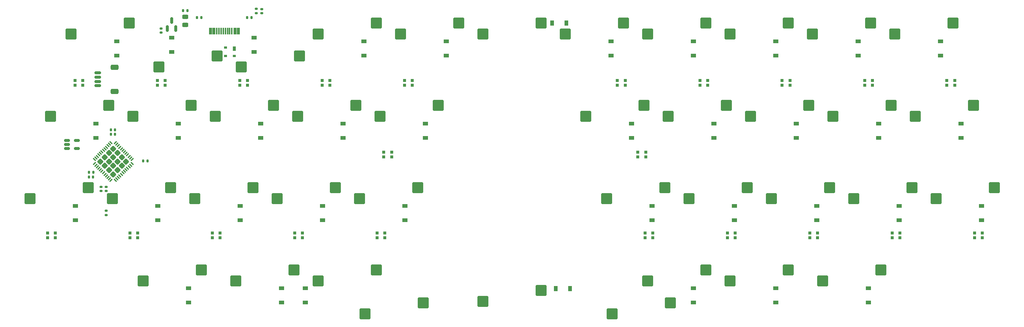
<source format=gbr>
%TF.GenerationSoftware,KiCad,Pcbnew,(7.0.0)*%
%TF.CreationDate,2023-12-26T14:00:35+01:00*%
%TF.ProjectId,Infernum HS,496e6665-726e-4756-9d20-48532e6b6963,rev?*%
%TF.SameCoordinates,Original*%
%TF.FileFunction,Paste,Bot*%
%TF.FilePolarity,Positive*%
%FSLAX46Y46*%
G04 Gerber Fmt 4.6, Leading zero omitted, Abs format (unit mm)*
G04 Created by KiCad (PCBNEW (7.0.0)) date 2023-12-26 14:00:35*
%MOMM*%
%LPD*%
G01*
G04 APERTURE LIST*
G04 Aperture macros list*
%AMRoundRect*
0 Rectangle with rounded corners*
0 $1 Rounding radius*
0 $2 $3 $4 $5 $6 $7 $8 $9 X,Y pos of 4 corners*
0 Add a 4 corners polygon primitive as box body*
4,1,4,$2,$3,$4,$5,$6,$7,$8,$9,$2,$3,0*
0 Add four circle primitives for the rounded corners*
1,1,$1+$1,$2,$3*
1,1,$1+$1,$4,$5*
1,1,$1+$1,$6,$7*
1,1,$1+$1,$8,$9*
0 Add four rect primitives between the rounded corners*
20,1,$1+$1,$2,$3,$4,$5,0*
20,1,$1+$1,$4,$5,$6,$7,0*
20,1,$1+$1,$6,$7,$8,$9,0*
20,1,$1+$1,$8,$9,$2,$3,0*%
G04 Aperture macros list end*
%ADD10RoundRect,0.250000X1.025000X1.000000X-1.025000X1.000000X-1.025000X-1.000000X1.025000X-1.000000X0*%
%ADD11RoundRect,0.140000X-0.140000X-0.170000X0.140000X-0.170000X0.140000X0.170000X-0.140000X0.170000X0*%
%ADD12R,1.200000X0.900000*%
%ADD13RoundRect,0.250000X-1.025000X-1.000000X1.025000X-1.000000X1.025000X1.000000X-1.025000X1.000000X0*%
%ADD14RoundRect,0.105000X0.245000X0.245000X-0.245000X0.245000X-0.245000X-0.245000X0.245000X-0.245000X0*%
%ADD15RoundRect,0.105000X-0.245000X-0.245000X0.245000X-0.245000X0.245000X0.245000X-0.245000X0.245000X0*%
%ADD16RoundRect,0.150000X-0.625000X0.150000X-0.625000X-0.150000X0.625000X-0.150000X0.625000X0.150000X0*%
%ADD17RoundRect,0.250000X-0.650000X0.350000X-0.650000X-0.350000X0.650000X-0.350000X0.650000X0.350000X0*%
%ADD18RoundRect,0.135000X-0.185000X0.135000X-0.185000X-0.135000X0.185000X-0.135000X0.185000X0.135000X0*%
%ADD19RoundRect,0.135000X-0.135000X-0.185000X0.135000X-0.185000X0.135000X0.185000X-0.135000X0.185000X0*%
%ADD20R,0.900000X1.200000*%
%ADD21RoundRect,0.140000X0.140000X0.170000X-0.140000X0.170000X-0.140000X-0.170000X0.140000X-0.170000X0*%
%ADD22RoundRect,0.140000X-0.170000X0.140000X-0.170000X-0.140000X0.170000X-0.140000X0.170000X0.140000X0*%
%ADD23RoundRect,0.140000X0.170000X-0.140000X0.170000X0.140000X-0.170000X0.140000X-0.170000X-0.140000X0*%
%ADD24RoundRect,0.250000X0.000000X-0.445477X0.445477X0.000000X0.000000X0.445477X-0.445477X0.000000X0*%
%ADD25RoundRect,0.062500X-0.220971X-0.309359X0.309359X0.220971X0.220971X0.309359X-0.309359X-0.220971X0*%
%ADD26RoundRect,0.062500X0.220971X-0.309359X0.309359X-0.220971X-0.220971X0.309359X-0.309359X0.220971X0*%
%ADD27RoundRect,0.050000X-0.300000X-0.725000X0.300000X-0.725000X0.300000X0.725000X-0.300000X0.725000X0*%
%ADD28RoundRect,0.050000X-0.150000X-0.725000X0.150000X-0.725000X0.150000X0.725000X-0.150000X0.725000X0*%
%ADD29RoundRect,0.150000X0.150000X-0.587500X0.150000X0.587500X-0.150000X0.587500X-0.150000X-0.587500X0*%
%ADD30R,0.700000X1.000000*%
%ADD31R,0.700000X0.600000*%
%ADD32RoundRect,0.150000X-0.512500X-0.150000X0.512500X-0.150000X0.512500X0.150000X-0.512500X0.150000X0*%
%ADD33RoundRect,0.243750X0.456250X-0.243750X0.456250X0.243750X-0.456250X0.243750X-0.456250X-0.243750X0*%
%ADD34RoundRect,0.135000X0.135000X0.185000X-0.135000X0.185000X-0.135000X-0.185000X0.135000X-0.185000X0*%
G04 APERTURE END LIST*
D10*
%TO.C,MX31*%
X255371250Y-127635000D03*
X268821250Y-125095000D03*
%TD*%
%TO.C,MX7*%
X169646250Y-89535000D03*
X183096250Y-86995000D03*
%TD*%
D11*
%TO.C,C20*%
X72048049Y-118885145D03*
X73008049Y-118885145D03*
%TD*%
D12*
%TO.C,D30*%
X246856249Y-132618749D03*
X246856249Y-129318749D03*
%TD*%
D13*
%TO.C,MX61*%
X193891250Y-151765000D03*
X180441250Y-154305000D03*
%TD*%
D14*
%TO.C,D51*%
X58065000Y-100256250D03*
X58065000Y-101356250D03*
X56235000Y-101356250D03*
X56235000Y-100256250D03*
%TD*%
D15*
%TO.C,D53*%
X87985000Y-136694000D03*
X87985000Y-135594000D03*
X89815000Y-135594000D03*
X89815000Y-136694000D03*
%TD*%
%TO.C,D58*%
X107035000Y-136694000D03*
X107035000Y-135594000D03*
X108865000Y-135594000D03*
X108865000Y-136694000D03*
%TD*%
D16*
%TO.C,J2*%
X61500000Y-98512500D03*
X61500000Y-99512500D03*
X61500000Y-100512500D03*
X61500000Y-101512500D03*
D17*
X65375000Y-97212500D03*
X65375000Y-102812500D03*
%TD*%
D15*
%TO.C,D59*%
X207111000Y-136694000D03*
X207111000Y-135594000D03*
X208941000Y-135594000D03*
X208941000Y-136694000D03*
%TD*%
D10*
%TO.C,MX22*%
X45821250Y-127635000D03*
X59271250Y-125095000D03*
%TD*%
D12*
%TO.C,D9*%
X218281249Y-94518749D03*
X218281249Y-91218749D03*
%TD*%
D10*
%TO.C,MX11*%
X245846250Y-89535000D03*
X259296250Y-86995000D03*
%TD*%
D18*
%TO.C,R_Shield1*%
X98145600Y-83716400D03*
X98145600Y-84736400D03*
%TD*%
D19*
%TO.C,R_USB2*%
X96043750Y-85725000D03*
X97063750Y-85725000D03*
%TD*%
D13*
%TO.C,MX3*%
X108166250Y-94615000D03*
X94716250Y-97155000D03*
%TD*%
D10*
%TO.C,MX13*%
X69633750Y-108585000D03*
X83083750Y-106045000D03*
%TD*%
D12*
%TO.C,D10*%
X237331249Y-94518749D03*
X237331249Y-91218749D03*
%TD*%
%TO.C,D24*%
X94456249Y-132618749D03*
X94456249Y-129318749D03*
%TD*%
D10*
%TO.C,MX23*%
X64871250Y-127635000D03*
X78321250Y-125095000D03*
%TD*%
%TO.C,MX20*%
X231558750Y-108585000D03*
X245008750Y-106045000D03*
%TD*%
D14*
%TO.C,D41*%
X183477500Y-100256250D03*
X183477500Y-101356250D03*
X181647500Y-101356250D03*
X181647500Y-100256250D03*
%TD*%
%TO.C,D56*%
X240691000Y-100288000D03*
X240691000Y-101388000D03*
X238861000Y-101388000D03*
X238861000Y-100288000D03*
%TD*%
D12*
%TO.C,D2*%
X78581249Y-90424999D03*
X78581249Y-93724999D03*
%TD*%
%TO.C,D22*%
X56356249Y-132618749D03*
X56356249Y-129318749D03*
%TD*%
D10*
%TO.C,MX12*%
X50583750Y-108585000D03*
X64033750Y-106045000D03*
%TD*%
%TO.C,MX9*%
X207746250Y-89535000D03*
X221196250Y-86995000D03*
%TD*%
D12*
%TO.C,D11*%
X256381249Y-94518749D03*
X256381249Y-91218749D03*
%TD*%
D14*
%TO.C,D39*%
X96165000Y-100288000D03*
X96165000Y-101388000D03*
X94335000Y-101388000D03*
X94335000Y-100288000D03*
%TD*%
D13*
%TO.C,MX2*%
X89116250Y-94615000D03*
X75666250Y-97155000D03*
%TD*%
D15*
%TO.C,D52*%
X49885000Y-136694000D03*
X49885000Y-135594000D03*
X51715000Y-135594000D03*
X51715000Y-136694000D03*
%TD*%
D18*
%TO.C,R6*%
X63500000Y-130458750D03*
X63500000Y-131478750D03*
%TD*%
D10*
%TO.C,MX4*%
X112496250Y-89535000D03*
X125946250Y-86995000D03*
%TD*%
D14*
%TO.C,D40*%
X134265000Y-100256250D03*
X134265000Y-101356250D03*
X132435000Y-101356250D03*
X132435000Y-100256250D03*
%TD*%
D20*
%TO.C,D35*%
X170718749Y-148431249D03*
X167418749Y-148431249D03*
%TD*%
D10*
%TO.C,MX29*%
X217271250Y-127635000D03*
X230721250Y-125095000D03*
%TD*%
D12*
%TO.C,D3*%
X97631249Y-90424999D03*
X97631249Y-93724999D03*
%TD*%
D15*
%TO.C,D48*%
X188061000Y-136694000D03*
X188061000Y-135594000D03*
X189891000Y-135594000D03*
X189891000Y-136694000D03*
%TD*%
D21*
%TO.C,C19*%
X65524483Y-112761361D03*
X64564483Y-112761361D03*
%TD*%
D10*
%TO.C,MX8*%
X188696250Y-89535000D03*
X202146250Y-86995000D03*
%TD*%
D21*
%TO.C,C22*%
X60441423Y-122606178D03*
X59481423Y-122606178D03*
%TD*%
D13*
%TO.C,MX59*%
X136741250Y-151765000D03*
X123291250Y-154305000D03*
%TD*%
D11*
%TO.C,C_LDO1*%
X81276250Y-84137500D03*
X82236250Y-84137500D03*
%TD*%
D10*
%TO.C,MX57*%
X72015000Y-146685000D03*
X85465000Y-144145000D03*
%TD*%
D12*
%TO.C,D5*%
X142081249Y-94518749D03*
X142081249Y-91218749D03*
%TD*%
D10*
%TO.C,MX24*%
X83921250Y-127635000D03*
X97371250Y-125095000D03*
%TD*%
D21*
%TO.C,C17*%
X60458031Y-121561582D03*
X59498031Y-121561582D03*
%TD*%
D22*
%TO.C,C18*%
X62302550Y-124926552D03*
X62302550Y-125886552D03*
%TD*%
D10*
%TO.C,MX28*%
X198221250Y-127635000D03*
X211671250Y-125095000D03*
%TD*%
%TO.C,MX5*%
X131546250Y-89535000D03*
X144996250Y-86995000D03*
%TD*%
D14*
%TO.C,D47*%
X77115000Y-100288000D03*
X77115000Y-101388000D03*
X75285000Y-101388000D03*
X75285000Y-100288000D03*
%TD*%
D15*
%TO.C,D44*%
X264261000Y-136694000D03*
X264261000Y-135594000D03*
X266091000Y-135594000D03*
X266091000Y-136694000D03*
%TD*%
D14*
%TO.C,D42*%
X221577500Y-100256250D03*
X221577500Y-101356250D03*
X219747500Y-101356250D03*
X219747500Y-100256250D03*
%TD*%
D15*
%TO.C,D60*%
X245211000Y-136694000D03*
X245211000Y-135594000D03*
X247041000Y-135594000D03*
X247041000Y-136694000D03*
%TD*%
D23*
%TO.C,C_Shield1*%
X99466400Y-84706400D03*
X99466400Y-83746400D03*
%TD*%
D12*
%TO.C,D26*%
X132556249Y-132618749D03*
X132556249Y-129318749D03*
%TD*%
D10*
%TO.C,MX25*%
X102971250Y-127635000D03*
X116421250Y-125095000D03*
%TD*%
%TO.C,MX21*%
X250608750Y-108585000D03*
X264058750Y-106045000D03*
%TD*%
D24*
%TO.C,U1*%
X62117652Y-119062500D03*
X63107601Y-120052449D03*
X64097551Y-121042399D03*
X65087500Y-122032348D03*
X63107601Y-118072551D03*
X64097551Y-119062500D03*
X65087500Y-120052449D03*
X66077449Y-121042399D03*
X64097551Y-117082601D03*
X65087500Y-118072551D03*
X66077449Y-119062500D03*
X67067399Y-120052449D03*
X65087500Y-116092652D03*
X66077449Y-117082601D03*
X67067399Y-118072551D03*
X68057348Y-119062500D03*
D25*
X64601364Y-123437723D03*
X64247811Y-123084170D03*
X63894257Y-122730616D03*
X63540704Y-122377063D03*
X63187151Y-122023510D03*
X62833597Y-121669956D03*
X62480044Y-121316403D03*
X62126490Y-120962849D03*
X61772937Y-120609296D03*
X61419384Y-120255743D03*
X61065830Y-119902189D03*
X60712277Y-119548636D03*
D26*
X60712277Y-118576364D03*
X61065830Y-118222811D03*
X61419384Y-117869257D03*
X61772937Y-117515704D03*
X62126490Y-117162151D03*
X62480044Y-116808597D03*
X62833597Y-116455044D03*
X63187151Y-116101490D03*
X63540704Y-115747937D03*
X63894257Y-115394384D03*
X64247811Y-115040830D03*
X64601364Y-114687277D03*
D25*
X65573636Y-114687277D03*
X65927189Y-115040830D03*
X66280743Y-115394384D03*
X66634296Y-115747937D03*
X66987849Y-116101490D03*
X67341403Y-116455044D03*
X67694956Y-116808597D03*
X68048510Y-117162151D03*
X68402063Y-117515704D03*
X68755616Y-117869257D03*
X69109170Y-118222811D03*
X69462723Y-118576364D03*
D26*
X69462723Y-119548636D03*
X69109170Y-119902189D03*
X68755616Y-120255743D03*
X68402063Y-120609296D03*
X68048510Y-120962849D03*
X67694956Y-121316403D03*
X67341403Y-121669956D03*
X66987849Y-122023510D03*
X66634296Y-122377063D03*
X66280743Y-122730616D03*
X65927189Y-123084170D03*
X65573636Y-123437723D03*
%TD*%
D10*
%TO.C,MX19*%
X212508750Y-108585000D03*
X225958750Y-106045000D03*
%TD*%
%TO.C,MX17*%
X174408750Y-108585000D03*
X187858750Y-106045000D03*
%TD*%
D15*
%TO.C,D49*%
X127672500Y-118025000D03*
X127672500Y-116925000D03*
X129502500Y-116925000D03*
X129502500Y-118025000D03*
%TD*%
D12*
%TO.C,D27*%
X189706249Y-132618749D03*
X189706249Y-129318749D03*
%TD*%
D10*
%TO.C,MX15*%
X107733750Y-108585000D03*
X121183750Y-106045000D03*
%TD*%
%TO.C,MX60*%
X112496250Y-146685000D03*
X125946250Y-144145000D03*
%TD*%
D12*
%TO.C,D36*%
X199231249Y-151668749D03*
X199231249Y-148368749D03*
%TD*%
%TO.C,D38*%
X239712499Y-151668749D03*
X239712499Y-148368749D03*
%TD*%
D10*
%TO.C,MX62*%
X188696250Y-146685000D03*
X202146250Y-144145000D03*
%TD*%
%TO.C,MX10*%
X226796250Y-89535000D03*
X240246250Y-86995000D03*
%TD*%
%TO.C,MX18*%
X193458750Y-108585000D03*
X206908750Y-106045000D03*
%TD*%
D12*
%TO.C,D1*%
X65881249Y-94518749D03*
X65881249Y-91218749D03*
%TD*%
D22*
%TO.C,C_LDO2*%
X76200000Y-88254900D03*
X76200000Y-89214900D03*
%TD*%
D12*
%TO.C,D17*%
X184943749Y-113568749D03*
X184943749Y-110268749D03*
%TD*%
%TO.C,D31*%
X265906249Y-132618749D03*
X265906249Y-129318749D03*
%TD*%
D10*
%TO.C,MX35*%
X150596250Y-151447500D03*
X164046250Y-148907500D03*
%TD*%
D14*
%TO.C,D55*%
X202591000Y-100288000D03*
X202591000Y-101388000D03*
X200761000Y-101388000D03*
X200761000Y-100288000D03*
%TD*%
D10*
%TO.C,MX1*%
X55346250Y-89535000D03*
X68796250Y-86995000D03*
%TD*%
D12*
%TO.C,D32*%
X82549999Y-151668749D03*
X82549999Y-148368749D03*
%TD*%
D27*
%TO.C,USB1*%
X87554600Y-88873400D03*
X88329600Y-88873400D03*
D28*
X89029600Y-88873400D03*
X89529600Y-88873400D03*
X90029600Y-88873400D03*
X90529600Y-88873400D03*
X91029600Y-88873400D03*
X91529600Y-88873400D03*
X92029600Y-88873400D03*
X92529600Y-88873400D03*
D27*
X93229600Y-88873400D03*
X94004600Y-88873400D03*
%TD*%
D12*
%TO.C,D37*%
X218281249Y-151668749D03*
X218281249Y-148368749D03*
%TD*%
D21*
%TO.C,C21*%
X65528649Y-111732528D03*
X64568649Y-111732528D03*
%TD*%
D12*
%TO.C,D18*%
X203993749Y-113568749D03*
X203993749Y-110268749D03*
%TD*%
%TO.C,D13*%
X80168749Y-113568749D03*
X80168749Y-110268749D03*
%TD*%
%TO.C,D4*%
X123031249Y-94518749D03*
X123031249Y-91218749D03*
%TD*%
%TO.C,D21*%
X261143749Y-113568749D03*
X261143749Y-110268749D03*
%TD*%
%TO.C,D23*%
X75406249Y-132618749D03*
X75406249Y-129318749D03*
%TD*%
%TO.C,D16*%
X137318749Y-113568749D03*
X137318749Y-110268749D03*
%TD*%
D10*
%TO.C,MX56*%
X207746250Y-146685000D03*
X221196250Y-144145000D03*
%TD*%
%TO.C,MX27*%
X179171250Y-127635000D03*
X192621250Y-125095000D03*
%TD*%
D12*
%TO.C,D25*%
X113506249Y-132618749D03*
X113506249Y-129318749D03*
%TD*%
D15*
%TO.C,D54*%
X126085000Y-136694000D03*
X126085000Y-135594000D03*
X127915000Y-135594000D03*
X127915000Y-136694000D03*
%TD*%
D10*
%TO.C,MX55*%
X93446250Y-146685000D03*
X106896250Y-144145000D03*
%TD*%
D20*
%TO.C,D6*%
X169924999Y-86969599D03*
X166624999Y-86969599D03*
%TD*%
D14*
%TO.C,D43*%
X259677500Y-100256250D03*
X259677500Y-101356250D03*
X257847500Y-101356250D03*
X257847500Y-100256250D03*
%TD*%
D12*
%TO.C,D29*%
X227806249Y-132618749D03*
X227806249Y-129318749D03*
%TD*%
D14*
%TO.C,D50*%
X115215000Y-100288000D03*
X115215000Y-101388000D03*
X113385000Y-101388000D03*
X113385000Y-100288000D03*
%TD*%
D12*
%TO.C,D7*%
X180181249Y-94518749D03*
X180181249Y-91218749D03*
%TD*%
D15*
%TO.C,D57*%
X68935000Y-136694000D03*
X68935000Y-135594000D03*
X70765000Y-135594000D03*
X70765000Y-136694000D03*
%TD*%
D29*
%TO.C,U3*%
X79531250Y-88250000D03*
X77631250Y-88250000D03*
X78581250Y-86375000D03*
%TD*%
D15*
%TO.C,D46*%
X226161000Y-136694000D03*
X226161000Y-135594000D03*
X227991000Y-135594000D03*
X227991000Y-136694000D03*
%TD*%
D10*
%TO.C,MX16*%
X126783750Y-108585000D03*
X140233750Y-106045000D03*
%TD*%
D12*
%TO.C,D34*%
X109537499Y-151668749D03*
X109537499Y-148368749D03*
%TD*%
%TO.C,D20*%
X242093749Y-113568749D03*
X242093749Y-110268749D03*
%TD*%
D10*
%TO.C,MX30*%
X236321250Y-127635000D03*
X249771250Y-125095000D03*
%TD*%
D12*
%TO.C,D8*%
X199231249Y-94518749D03*
X199231249Y-91218749D03*
%TD*%
D30*
%TO.C,U4*%
X93074999Y-92912499D03*
D31*
X93074999Y-94612499D03*
X91074999Y-94612499D03*
X91074999Y-92712499D03*
%TD*%
D12*
%TO.C,D14*%
X99218749Y-113568749D03*
X99218749Y-110268749D03*
%TD*%
%TO.C,D15*%
X118268749Y-113568749D03*
X118268749Y-110268749D03*
%TD*%
D32*
%TO.C,U5*%
X54425000Y-116043750D03*
X54425000Y-115093750D03*
X54425000Y-114143750D03*
X56700000Y-114143750D03*
X56700000Y-116043750D03*
%TD*%
D10*
%TO.C,MX26*%
X122021250Y-127635000D03*
X135471250Y-125095000D03*
%TD*%
%TO.C,MX14*%
X88683750Y-108585000D03*
X102133750Y-106045000D03*
%TD*%
D12*
%TO.C,D28*%
X208756249Y-132618749D03*
X208756249Y-129318749D03*
%TD*%
D15*
%TO.C,D45*%
X186410000Y-118025000D03*
X186410000Y-116925000D03*
X188240000Y-116925000D03*
X188240000Y-118025000D03*
%TD*%
D10*
%TO.C,MX58*%
X229177500Y-146685000D03*
X242627500Y-144145000D03*
%TD*%
D22*
%TO.C,C16*%
X63500000Y-124932500D03*
X63500000Y-125892500D03*
%TD*%
D33*
%TO.C,F1*%
X81756250Y-87456250D03*
X81756250Y-85581250D03*
%TD*%
D12*
%TO.C,D19*%
X223043749Y-113568749D03*
X223043749Y-110268749D03*
%TD*%
%TO.C,D12*%
X61118749Y-113568749D03*
X61118749Y-110268749D03*
%TD*%
D10*
%TO.C,MX6*%
X150596250Y-89535000D03*
X164046250Y-86995000D03*
%TD*%
D34*
%TO.C,R_USB1*%
X85441250Y-85725000D03*
X84421250Y-85725000D03*
%TD*%
D12*
%TO.C,D33*%
X103981249Y-151668749D03*
X103981249Y-148368749D03*
%TD*%
M02*

</source>
